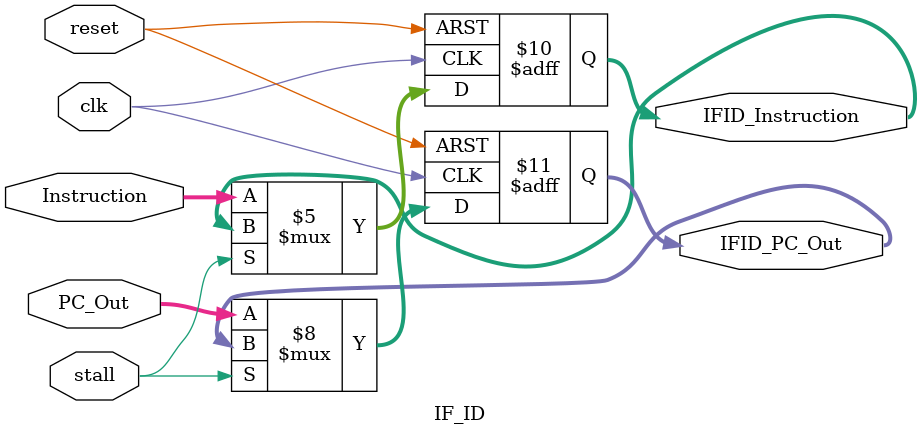
<source format=v>
`timescale 1ns / 1ps

module IF_ID(
    input clk,
    input reset,
    input stall,
    input [31:0] Instruction,
    input [63:0] PC_Out,
    output reg [31:0] IFID_Instruction,
    output reg [63:0] IFID_PC_Out
    );
always @(posedge clk or posedge reset) begin
    if (reset == 1'b1) begin
        IFID_Instruction = 0; IFID_PC_Out = 0;
    end
    else if (stall == 1'b1) begin
        IFID_PC_Out = IFID_PC_Out; IFID_Instruction = IFID_Instruction;
    end
    else begin
        IFID_Instruction = Instruction; IFID_PC_Out = PC_Out;
    end
end
endmodule

</source>
